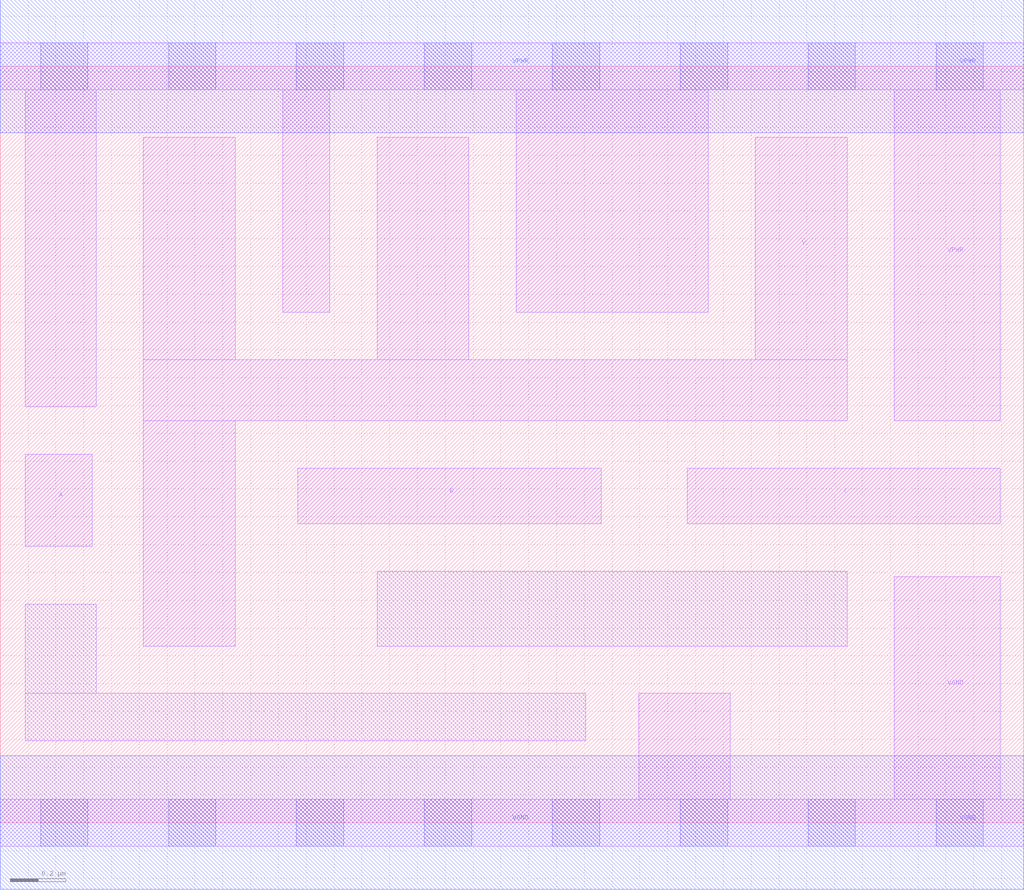
<source format=lef>
# Copyright 2020 The SkyWater PDK Authors
#
# Licensed under the Apache License, Version 2.0 (the "License");
# you may not use this file except in compliance with the License.
# You may obtain a copy of the License at
#
#     https://www.apache.org/licenses/LICENSE-2.0
#
# Unless required by applicable law or agreed to in writing, software
# distributed under the License is distributed on an "AS IS" BASIS,
# WITHOUT WARRANTIES OR CONDITIONS OF ANY KIND, either express or implied.
# See the License for the specific language governing permissions and
# limitations under the License.
#
# SPDX-License-Identifier: Apache-2.0

VERSION 5.7 ;
  NAMESCASESENSITIVE ON ;
  NOWIREEXTENSIONATPIN ON ;
  DIVIDERCHAR "/" ;
  BUSBITCHARS "[]" ;
UNITS
  DATABASE MICRONS 200 ;
END UNITS
MACRO sky130_fd_sc_hd__nand3_2
  CLASS CORE ;
  SOURCE USER ;
  FOREIGN sky130_fd_sc_hd__nand3_2 ;
  ORIGIN  0.000000  0.000000 ;
  SIZE  3.680000 BY  2.720000 ;
  SYMMETRY X Y R90 ;
  SITE unithd ;
  PIN A
    ANTENNAGATEAREA  0.495000 ;
    DIRECTION INPUT ;
    USE SIGNAL ;
    PORT
      LAYER li1 ;
        RECT 0.090000 0.995000 0.330000 1.325000 ;
    END
  END A
  PIN B
    ANTENNAGATEAREA  0.495000 ;
    DIRECTION INPUT ;
    USE SIGNAL ;
    PORT
      LAYER li1 ;
        RECT 1.070000 1.075000 2.160000 1.275000 ;
    END
  END B
  PIN C
    ANTENNAGATEAREA  0.495000 ;
    DIRECTION INPUT ;
    USE SIGNAL ;
    PORT
      LAYER li1 ;
        RECT 2.470000 1.075000 3.595000 1.275000 ;
    END
  END C
  PIN Y
    ANTENNADIFFAREA  0.985500 ;
    DIRECTION OUTPUT ;
    USE SIGNAL ;
    PORT
      LAYER li1 ;
        RECT 0.515000 0.635000 0.845000 1.445000 ;
        RECT 0.515000 1.445000 3.045000 1.665000 ;
        RECT 0.515000 1.665000 0.845000 2.465000 ;
        RECT 1.355000 1.665000 1.685000 2.465000 ;
        RECT 2.715000 1.665000 3.045000 2.465000 ;
    END
  END Y
  PIN VGND
    DIRECTION INOUT ;
    SHAPE ABUTMENT ;
    USE GROUND ;
    PORT
      LAYER li1 ;
        RECT 0.000000 -0.085000 3.680000 0.085000 ;
        RECT 2.295000  0.085000 2.625000 0.465000 ;
        RECT 3.215000  0.085000 3.595000 0.885000 ;
      LAYER mcon ;
        RECT 0.145000 -0.085000 0.315000 0.085000 ;
        RECT 0.605000 -0.085000 0.775000 0.085000 ;
        RECT 1.065000 -0.085000 1.235000 0.085000 ;
        RECT 1.525000 -0.085000 1.695000 0.085000 ;
        RECT 1.985000 -0.085000 2.155000 0.085000 ;
        RECT 2.445000 -0.085000 2.615000 0.085000 ;
        RECT 2.905000 -0.085000 3.075000 0.085000 ;
        RECT 3.365000 -0.085000 3.535000 0.085000 ;
      LAYER met1 ;
        RECT 0.000000 -0.240000 3.680000 0.240000 ;
    END
  END VGND
  PIN VPWR
    DIRECTION INOUT ;
    SHAPE ABUTMENT ;
    USE POWER ;
    PORT
      LAYER li1 ;
        RECT 0.000000 2.635000 3.680000 2.805000 ;
        RECT 0.090000 1.495000 0.345000 2.635000 ;
        RECT 1.015000 1.835000 1.185000 2.635000 ;
        RECT 1.855000 1.835000 2.545000 2.635000 ;
        RECT 3.215000 1.445000 3.595000 2.635000 ;
      LAYER mcon ;
        RECT 0.145000 2.635000 0.315000 2.805000 ;
        RECT 0.605000 2.635000 0.775000 2.805000 ;
        RECT 1.065000 2.635000 1.235000 2.805000 ;
        RECT 1.525000 2.635000 1.695000 2.805000 ;
        RECT 1.985000 2.635000 2.155000 2.805000 ;
        RECT 2.445000 2.635000 2.615000 2.805000 ;
        RECT 2.905000 2.635000 3.075000 2.805000 ;
        RECT 3.365000 2.635000 3.535000 2.805000 ;
      LAYER met1 ;
        RECT 0.000000 2.480000 3.680000 2.960000 ;
    END
  END VPWR
  OBS
    LAYER li1 ;
      RECT 0.090000 0.295000 2.105000 0.465000 ;
      RECT 0.090000 0.465000 0.345000 0.785000 ;
      RECT 1.355000 0.635000 3.045000 0.905000 ;
  END
END sky130_fd_sc_hd__nand3_2
END LIBRARY

</source>
